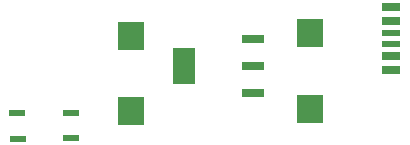
<source format=gbr>
G04 DipTrace 3.2.0.1*
G04 BottomPaste.gbr*
%MOMM*%
G04 #@! TF.FileFunction,Paste,Bot*
G04 #@! TF.Part,Single*
%AMOUTLINE2*
4,1,4,
-0.80021,-0.24929,
-0.79979,0.25071,
0.80021,0.24929,
0.79979,-0.25071,
-0.80021,-0.24929,
0*%
%AMOUTLINE5*
4,1,4,
-0.80028,-0.29929,
-0.79973,0.30071,
0.80028,0.29929,
0.79973,-0.30071,
-0.80028,-0.29929,
0*%
%AMOUTLINE11*
4,1,4,
0.65061,-0.24838,
-0.64935,-0.25165,
-0.65061,0.24838,
0.64935,0.25165,
0.65061,-0.24838,
0*%
%ADD54R,2.2X2.4*%
%ADD58R,1.95X3.05*%
%ADD60R,1.95X0.75*%
%ADD63OUTLINE2*%
%ADD66OUTLINE5*%
%ADD72OUTLINE11*%
%FSLAX35Y35*%
G04*
G71*
G90*
G75*
G01*
G04 BotPaste*
%LPD*%
D60*
X222000Y-787000D3*
Y-1017000D3*
Y-1247000D3*
D58*
X-358000Y-1017000D3*
D54*
X705000Y-1377000D3*
Y-736967D3*
X-807983Y-1400017D3*
Y-759983D3*
D63*
X1392000Y-733000D3*
X1391910Y-833000D3*
D66*
X1392090Y-633000D3*
X1391820Y-933000D3*
X1392197Y-513003D3*
X1391713Y-1053000D3*
D72*
X-1315540Y-1413873D3*
X-1315000Y-1628873D3*
X-1770540Y-1415007D3*
X-1770000Y-1630007D3*
M02*

</source>
